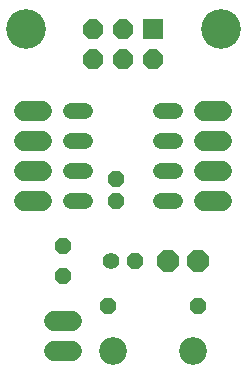
<source format=gts>
G75*
G70*
%OFA0B0*%
%FSLAX24Y24*%
%IPPOS*%
%LPD*%
%AMOC8*
5,1,8,0,0,1.08239X$1,22.5*
%
%ADD10C,0.1320*%
%ADD11C,0.0540*%
%ADD12R,0.0660X0.0660*%
%ADD13OC8,0.0660*%
%ADD14OC8,0.0540*%
%ADD15OC8,0.0720*%
%ADD16OC8,0.0560*%
%ADD17C,0.0560*%
%ADD18C,0.0660*%
%ADD19C,0.0920*%
D10*
X001400Y011900D03*
X007900Y011900D03*
D11*
X006390Y009150D02*
X005910Y009150D01*
X005910Y008150D02*
X006390Y008150D01*
X006390Y007150D02*
X005910Y007150D01*
X005910Y006150D02*
X006390Y006150D01*
X003390Y006150D02*
X002910Y006150D01*
X002910Y007150D02*
X003390Y007150D01*
X003390Y008150D02*
X002910Y008150D01*
X002910Y009150D02*
X003390Y009150D01*
D12*
X005650Y011900D03*
D13*
X005650Y010900D03*
X004650Y010900D03*
X004650Y011900D03*
X003650Y011900D03*
X003650Y010900D03*
D14*
X002650Y004650D03*
X002650Y003650D03*
X004150Y002650D03*
X007150Y002650D03*
D15*
X007150Y004150D03*
X006150Y004150D03*
D16*
X005050Y004150D03*
X004400Y006150D03*
X004400Y006900D03*
D17*
X004250Y004150D03*
D18*
X002950Y001150D02*
X002350Y001150D01*
X002350Y002150D02*
X002950Y002150D01*
X001950Y006150D02*
X001350Y006150D01*
X001350Y007150D02*
X001950Y007150D01*
X001950Y008150D02*
X001350Y008150D01*
X001350Y009150D02*
X001950Y009150D01*
X007350Y009150D02*
X007950Y009150D01*
X007950Y008150D02*
X007350Y008150D01*
X007350Y007150D02*
X007950Y007150D01*
X007950Y006150D02*
X007350Y006150D01*
D19*
X006989Y001150D03*
X004311Y001150D03*
M02*

</source>
